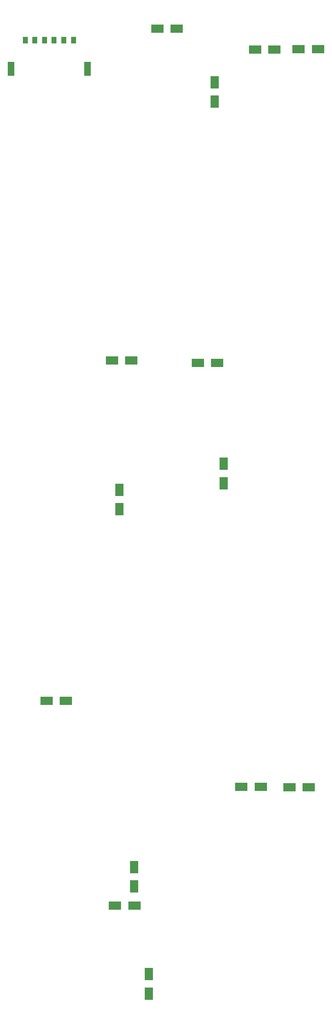
<source format=gbr>
%TF.GenerationSoftware,KiCad,Pcbnew,8.0.5*%
%TF.CreationDate,2024-12-03T18:17:28-08:00*%
%TF.ProjectId,Stationary_X_Panel,53746174-696f-46e6-9172-795f585f5061,1b*%
%TF.SameCoordinates,Original*%
%TF.FileFunction,Paste,Top*%
%TF.FilePolarity,Positive*%
%FSLAX46Y46*%
G04 Gerber Fmt 4.6, Leading zero omitted, Abs format (unit mm)*
G04 Created by KiCad (PCBNEW 8.0.5) date 2024-12-03 18:17:28*
%MOMM*%
%LPD*%
G01*
G04 APERTURE LIST*
%ADD10R,2.500000X1.700000*%
%ADD11R,1.700000X2.500000*%
%ADD12R,1.100000X1.450000*%
%ADD13R,1.350000X2.900000*%
G04 APERTURE END LIST*
D10*
%TO.C,D14*%
X62198000Y-91694000D03*
X58198000Y-91694000D03*
%TD*%
D11*
%TO.C,D6*%
X65811000Y-222537000D03*
X65811000Y-218537000D03*
%TD*%
D10*
%TO.C,D4*%
X48635000Y-161995000D03*
X44635000Y-161995000D03*
%TD*%
%TO.C,D2*%
X71550000Y-23075000D03*
X67550000Y-23075000D03*
%TD*%
D11*
%TO.C,D3*%
X59690000Y-118396000D03*
X59690000Y-122396000D03*
%TD*%
D10*
%TO.C,D11*%
X88985000Y-179835000D03*
X84985000Y-179835000D03*
%TD*%
%TO.C,D5*%
X58815000Y-204335000D03*
X62815000Y-204335000D03*
%TD*%
D12*
%TO.C,J2*%
X40200000Y-25425000D03*
X42200000Y-25425000D03*
X44200000Y-25425000D03*
X46200000Y-25425000D03*
X48200000Y-25425000D03*
X50200000Y-25425000D03*
D13*
X37305000Y-31400000D03*
X53095000Y-31400000D03*
%TD*%
D11*
%TO.C,D1*%
X79435000Y-34195000D03*
X79435000Y-38195000D03*
%TD*%
D10*
%TO.C,D8*%
X75978000Y-92202000D03*
X79978000Y-92202000D03*
%TD*%
%TO.C,D13*%
X87825000Y-27415000D03*
X91825000Y-27415000D03*
%TD*%
D11*
%TO.C,D9*%
X81265000Y-113025000D03*
X81265000Y-117025000D03*
%TD*%
%TO.C,D12*%
X62785000Y-200375000D03*
X62785000Y-196375000D03*
%TD*%
D10*
%TO.C,D10*%
X98895000Y-179925000D03*
X94895000Y-179925000D03*
%TD*%
%TO.C,D7*%
X96835000Y-27325000D03*
X100835000Y-27325000D03*
%TD*%
M02*

</source>
